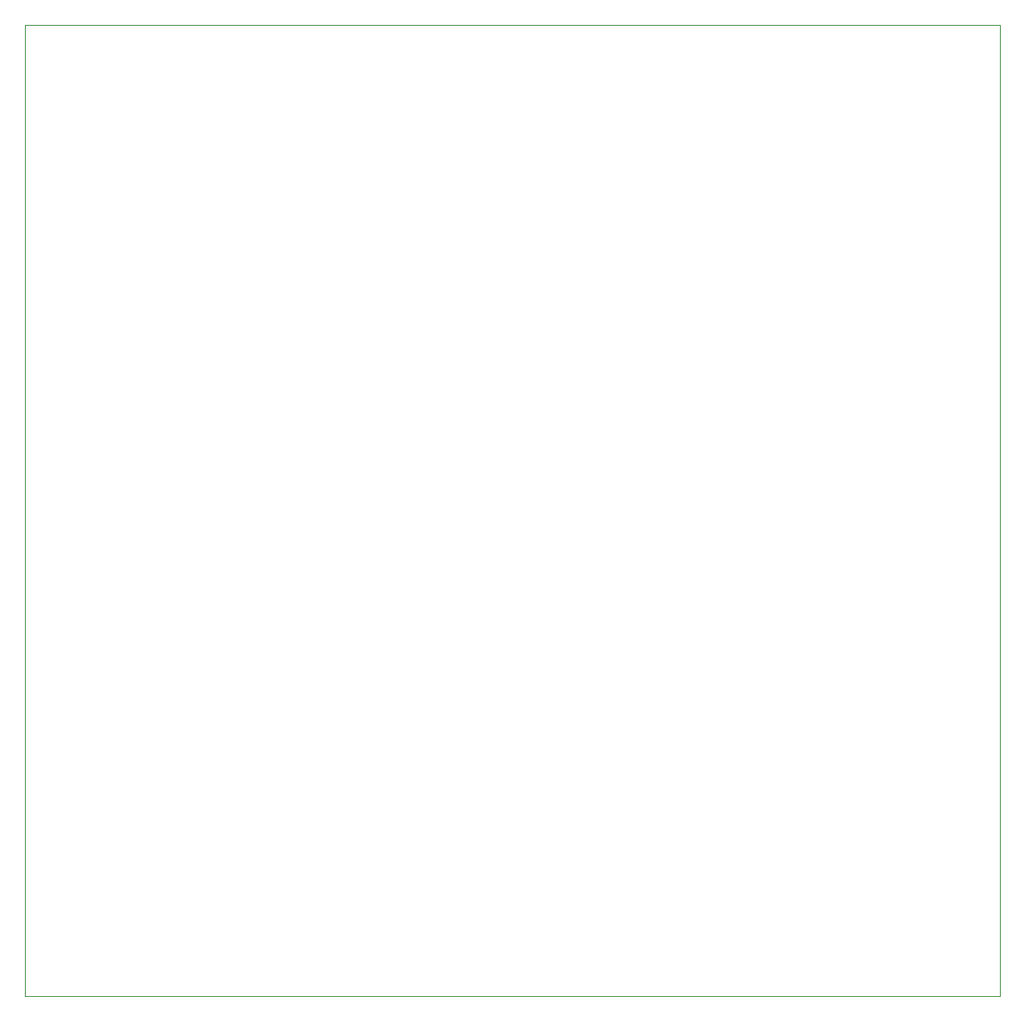
<source format=gbr>
G04 #@! TF.GenerationSoftware,KiCad,Pcbnew,(5.1.9)-1*
G04 #@! TF.CreationDate,2021-02-04T21:44:10+01:00*
G04 #@! TF.ProjectId,Makrokeyboard,4d616b72-6f6b-4657-9962-6f6172642e6b,rev?*
G04 #@! TF.SameCoordinates,Original*
G04 #@! TF.FileFunction,Profile,NP*
%FSLAX46Y46*%
G04 Gerber Fmt 4.6, Leading zero omitted, Abs format (unit mm)*
G04 Created by KiCad (PCBNEW (5.1.9)-1) date 2021-02-04 21:44:10*
%MOMM*%
%LPD*%
G01*
G04 APERTURE LIST*
G04 #@! TA.AperFunction,Profile*
%ADD10C,0.050000*%
G04 #@! TD*
G04 APERTURE END LIST*
D10*
X197000000Y-128250000D02*
X197000000Y-32500000D01*
X197000000Y-128250000D02*
X101000000Y-128250000D01*
X101000000Y-32500000D02*
X101000000Y-128250000D01*
X197000000Y-32500000D02*
X101000000Y-32500000D01*
M02*

</source>
